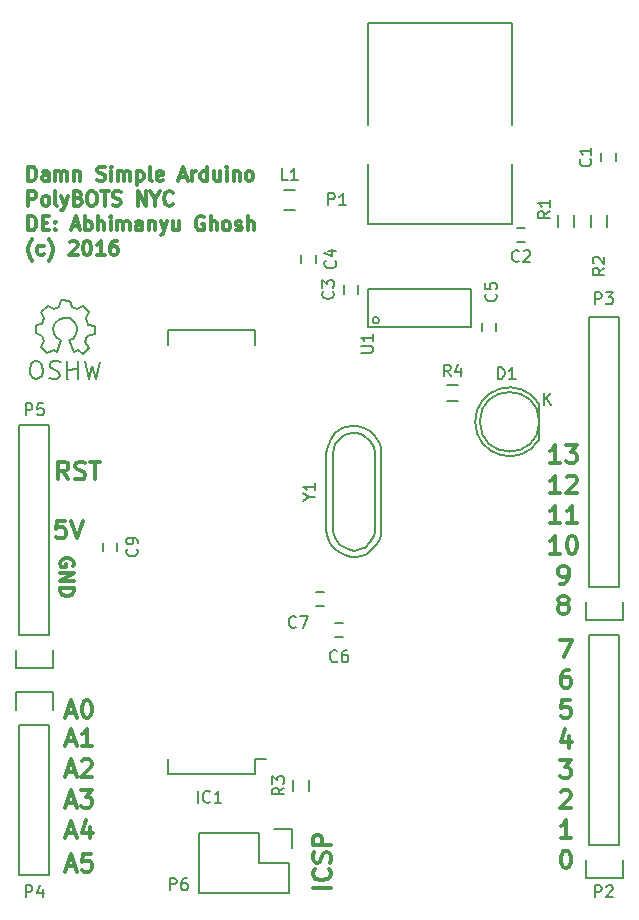
<source format=gbr>
G04 #@! TF.FileFunction,Legend,Top*
%FSLAX46Y46*%
G04 Gerber Fmt 4.6, Leading zero omitted, Abs format (unit mm)*
G04 Created by KiCad (PCBNEW 4.0.4-stable) date Fri Dec  2 08:53:02 2016*
%MOMM*%
%LPD*%
G01*
G04 APERTURE LIST*
%ADD10C,0.100000*%
%ADD11C,0.300000*%
%ADD12C,0.150000*%
G04 APERTURE END LIST*
D10*
D11*
X190568572Y-99808571D02*
X190068572Y-99094286D01*
X189711429Y-99808571D02*
X189711429Y-98308571D01*
X190282857Y-98308571D01*
X190425715Y-98380000D01*
X190497143Y-98451429D01*
X190568572Y-98594286D01*
X190568572Y-98808571D01*
X190497143Y-98951429D01*
X190425715Y-99022857D01*
X190282857Y-99094286D01*
X189711429Y-99094286D01*
X191140000Y-99737143D02*
X191354286Y-99808571D01*
X191711429Y-99808571D01*
X191854286Y-99737143D01*
X191925715Y-99665714D01*
X191997143Y-99522857D01*
X191997143Y-99380000D01*
X191925715Y-99237143D01*
X191854286Y-99165714D01*
X191711429Y-99094286D01*
X191425715Y-99022857D01*
X191282857Y-98951429D01*
X191211429Y-98880000D01*
X191140000Y-98737143D01*
X191140000Y-98594286D01*
X191211429Y-98451429D01*
X191282857Y-98380000D01*
X191425715Y-98308571D01*
X191782857Y-98308571D01*
X191997143Y-98380000D01*
X192425714Y-98308571D02*
X193282857Y-98308571D01*
X192854286Y-99808571D02*
X192854286Y-98308571D01*
X190304287Y-103308571D02*
X189590001Y-103308571D01*
X189518572Y-104022857D01*
X189590001Y-103951429D01*
X189732858Y-103880000D01*
X190090001Y-103880000D01*
X190232858Y-103951429D01*
X190304287Y-104022857D01*
X190375715Y-104165714D01*
X190375715Y-104522857D01*
X190304287Y-104665714D01*
X190232858Y-104737143D01*
X190090001Y-104808571D01*
X189732858Y-104808571D01*
X189590001Y-104737143D01*
X189518572Y-104665714D01*
X190804286Y-103308571D02*
X191304286Y-104808571D01*
X191804286Y-103308571D01*
X190990000Y-107165715D02*
X191047143Y-107051429D01*
X191047143Y-106880000D01*
X190990000Y-106708572D01*
X190875714Y-106594286D01*
X190761429Y-106537143D01*
X190532857Y-106480000D01*
X190361429Y-106480000D01*
X190132857Y-106537143D01*
X190018571Y-106594286D01*
X189904286Y-106708572D01*
X189847143Y-106880000D01*
X189847143Y-106994286D01*
X189904286Y-107165715D01*
X189961429Y-107222858D01*
X190361429Y-107222858D01*
X190361429Y-106994286D01*
X189847143Y-107737143D02*
X191047143Y-107737143D01*
X189847143Y-108422858D01*
X191047143Y-108422858D01*
X189847143Y-108994286D02*
X191047143Y-108994286D01*
X191047143Y-109280001D01*
X190990000Y-109451429D01*
X190875714Y-109565715D01*
X190761429Y-109622858D01*
X190532857Y-109680001D01*
X190361429Y-109680001D01*
X190132857Y-109622858D01*
X190018571Y-109565715D01*
X189904286Y-109451429D01*
X189847143Y-109280001D01*
X189847143Y-108994286D01*
X212768571Y-134394285D02*
X211268571Y-134394285D01*
X212625714Y-132822856D02*
X212697143Y-132894285D01*
X212768571Y-133108571D01*
X212768571Y-133251428D01*
X212697143Y-133465713D01*
X212554286Y-133608571D01*
X212411429Y-133679999D01*
X212125714Y-133751428D01*
X211911429Y-133751428D01*
X211625714Y-133679999D01*
X211482857Y-133608571D01*
X211340000Y-133465713D01*
X211268571Y-133251428D01*
X211268571Y-133108571D01*
X211340000Y-132894285D01*
X211411429Y-132822856D01*
X212697143Y-132251428D02*
X212768571Y-132037142D01*
X212768571Y-131679999D01*
X212697143Y-131537142D01*
X212625714Y-131465713D01*
X212482857Y-131394285D01*
X212340000Y-131394285D01*
X212197143Y-131465713D01*
X212125714Y-131537142D01*
X212054286Y-131679999D01*
X211982857Y-131965713D01*
X211911429Y-132108571D01*
X211840000Y-132179999D01*
X211697143Y-132251428D01*
X211554286Y-132251428D01*
X211411429Y-132179999D01*
X211340000Y-132108571D01*
X211268571Y-131965713D01*
X211268571Y-131608571D01*
X211340000Y-131394285D01*
X212768571Y-130751428D02*
X211268571Y-130751428D01*
X211268571Y-130180000D01*
X211340000Y-130037142D01*
X211411429Y-129965714D01*
X211554286Y-129894285D01*
X211768571Y-129894285D01*
X211911429Y-129965714D01*
X211982857Y-130037142D01*
X212054286Y-130180000D01*
X212054286Y-130751428D01*
X187175714Y-74522857D02*
X187175714Y-73322857D01*
X187461429Y-73322857D01*
X187632857Y-73380000D01*
X187747143Y-73494286D01*
X187804286Y-73608571D01*
X187861429Y-73837143D01*
X187861429Y-74008571D01*
X187804286Y-74237143D01*
X187747143Y-74351429D01*
X187632857Y-74465714D01*
X187461429Y-74522857D01*
X187175714Y-74522857D01*
X188890000Y-74522857D02*
X188890000Y-73894286D01*
X188832857Y-73780000D01*
X188718571Y-73722857D01*
X188490000Y-73722857D01*
X188375714Y-73780000D01*
X188890000Y-74465714D02*
X188775714Y-74522857D01*
X188490000Y-74522857D01*
X188375714Y-74465714D01*
X188318571Y-74351429D01*
X188318571Y-74237143D01*
X188375714Y-74122857D01*
X188490000Y-74065714D01*
X188775714Y-74065714D01*
X188890000Y-74008571D01*
X189461428Y-74522857D02*
X189461428Y-73722857D01*
X189461428Y-73837143D02*
X189518571Y-73780000D01*
X189632857Y-73722857D01*
X189804285Y-73722857D01*
X189918571Y-73780000D01*
X189975714Y-73894286D01*
X189975714Y-74522857D01*
X189975714Y-73894286D02*
X190032857Y-73780000D01*
X190147143Y-73722857D01*
X190318571Y-73722857D01*
X190432857Y-73780000D01*
X190490000Y-73894286D01*
X190490000Y-74522857D01*
X191061428Y-73722857D02*
X191061428Y-74522857D01*
X191061428Y-73837143D02*
X191118571Y-73780000D01*
X191232857Y-73722857D01*
X191404285Y-73722857D01*
X191518571Y-73780000D01*
X191575714Y-73894286D01*
X191575714Y-74522857D01*
X193004285Y-74465714D02*
X193175714Y-74522857D01*
X193461428Y-74522857D01*
X193575714Y-74465714D01*
X193632857Y-74408571D01*
X193690000Y-74294286D01*
X193690000Y-74180000D01*
X193632857Y-74065714D01*
X193575714Y-74008571D01*
X193461428Y-73951429D01*
X193232857Y-73894286D01*
X193118571Y-73837143D01*
X193061428Y-73780000D01*
X193004285Y-73665714D01*
X193004285Y-73551429D01*
X193061428Y-73437143D01*
X193118571Y-73380000D01*
X193232857Y-73322857D01*
X193518571Y-73322857D01*
X193690000Y-73380000D01*
X194204285Y-74522857D02*
X194204285Y-73722857D01*
X194204285Y-73322857D02*
X194147142Y-73380000D01*
X194204285Y-73437143D01*
X194261428Y-73380000D01*
X194204285Y-73322857D01*
X194204285Y-73437143D01*
X194775714Y-74522857D02*
X194775714Y-73722857D01*
X194775714Y-73837143D02*
X194832857Y-73780000D01*
X194947143Y-73722857D01*
X195118571Y-73722857D01*
X195232857Y-73780000D01*
X195290000Y-73894286D01*
X195290000Y-74522857D01*
X195290000Y-73894286D02*
X195347143Y-73780000D01*
X195461429Y-73722857D01*
X195632857Y-73722857D01*
X195747143Y-73780000D01*
X195804286Y-73894286D01*
X195804286Y-74522857D01*
X196375714Y-73722857D02*
X196375714Y-74922857D01*
X196375714Y-73780000D02*
X196490000Y-73722857D01*
X196718571Y-73722857D01*
X196832857Y-73780000D01*
X196890000Y-73837143D01*
X196947143Y-73951429D01*
X196947143Y-74294286D01*
X196890000Y-74408571D01*
X196832857Y-74465714D01*
X196718571Y-74522857D01*
X196490000Y-74522857D01*
X196375714Y-74465714D01*
X197632857Y-74522857D02*
X197518571Y-74465714D01*
X197461428Y-74351429D01*
X197461428Y-73322857D01*
X198547142Y-74465714D02*
X198432856Y-74522857D01*
X198204285Y-74522857D01*
X198089999Y-74465714D01*
X198032856Y-74351429D01*
X198032856Y-73894286D01*
X198089999Y-73780000D01*
X198204285Y-73722857D01*
X198432856Y-73722857D01*
X198547142Y-73780000D01*
X198604285Y-73894286D01*
X198604285Y-74008571D01*
X198032856Y-74122857D01*
X199975713Y-74180000D02*
X200547142Y-74180000D01*
X199861428Y-74522857D02*
X200261428Y-73322857D01*
X200661428Y-74522857D01*
X201061427Y-74522857D02*
X201061427Y-73722857D01*
X201061427Y-73951429D02*
X201118570Y-73837143D01*
X201175713Y-73780000D01*
X201289999Y-73722857D01*
X201404284Y-73722857D01*
X202318570Y-74522857D02*
X202318570Y-73322857D01*
X202318570Y-74465714D02*
X202204284Y-74522857D01*
X201975713Y-74522857D01*
X201861427Y-74465714D01*
X201804284Y-74408571D01*
X201747141Y-74294286D01*
X201747141Y-73951429D01*
X201804284Y-73837143D01*
X201861427Y-73780000D01*
X201975713Y-73722857D01*
X202204284Y-73722857D01*
X202318570Y-73780000D01*
X203404284Y-73722857D02*
X203404284Y-74522857D01*
X202889998Y-73722857D02*
X202889998Y-74351429D01*
X202947141Y-74465714D01*
X203061427Y-74522857D01*
X203232855Y-74522857D01*
X203347141Y-74465714D01*
X203404284Y-74408571D01*
X203975712Y-74522857D02*
X203975712Y-73722857D01*
X203975712Y-73322857D02*
X203918569Y-73380000D01*
X203975712Y-73437143D01*
X204032855Y-73380000D01*
X203975712Y-73322857D01*
X203975712Y-73437143D01*
X204547141Y-73722857D02*
X204547141Y-74522857D01*
X204547141Y-73837143D02*
X204604284Y-73780000D01*
X204718570Y-73722857D01*
X204889998Y-73722857D01*
X205004284Y-73780000D01*
X205061427Y-73894286D01*
X205061427Y-74522857D01*
X205804284Y-74522857D02*
X205689998Y-74465714D01*
X205632855Y-74408571D01*
X205575712Y-74294286D01*
X205575712Y-73951429D01*
X205632855Y-73837143D01*
X205689998Y-73780000D01*
X205804284Y-73722857D01*
X205975712Y-73722857D01*
X206089998Y-73780000D01*
X206147141Y-73837143D01*
X206204284Y-73951429D01*
X206204284Y-74294286D01*
X206147141Y-74408571D01*
X206089998Y-74465714D01*
X205975712Y-74522857D01*
X205804284Y-74522857D01*
X187175714Y-76622857D02*
X187175714Y-75422857D01*
X187632857Y-75422857D01*
X187747143Y-75480000D01*
X187804286Y-75537143D01*
X187861429Y-75651429D01*
X187861429Y-75822857D01*
X187804286Y-75937143D01*
X187747143Y-75994286D01*
X187632857Y-76051429D01*
X187175714Y-76051429D01*
X188547143Y-76622857D02*
X188432857Y-76565714D01*
X188375714Y-76508571D01*
X188318571Y-76394286D01*
X188318571Y-76051429D01*
X188375714Y-75937143D01*
X188432857Y-75880000D01*
X188547143Y-75822857D01*
X188718571Y-75822857D01*
X188832857Y-75880000D01*
X188890000Y-75937143D01*
X188947143Y-76051429D01*
X188947143Y-76394286D01*
X188890000Y-76508571D01*
X188832857Y-76565714D01*
X188718571Y-76622857D01*
X188547143Y-76622857D01*
X189632857Y-76622857D02*
X189518571Y-76565714D01*
X189461428Y-76451429D01*
X189461428Y-75422857D01*
X189975714Y-75822857D02*
X190261428Y-76622857D01*
X190547142Y-75822857D02*
X190261428Y-76622857D01*
X190147142Y-76908571D01*
X190089999Y-76965714D01*
X189975714Y-77022857D01*
X191404285Y-75994286D02*
X191575714Y-76051429D01*
X191632857Y-76108571D01*
X191690000Y-76222857D01*
X191690000Y-76394286D01*
X191632857Y-76508571D01*
X191575714Y-76565714D01*
X191461428Y-76622857D01*
X191004285Y-76622857D01*
X191004285Y-75422857D01*
X191404285Y-75422857D01*
X191518571Y-75480000D01*
X191575714Y-75537143D01*
X191632857Y-75651429D01*
X191632857Y-75765714D01*
X191575714Y-75880000D01*
X191518571Y-75937143D01*
X191404285Y-75994286D01*
X191004285Y-75994286D01*
X192432857Y-75422857D02*
X192661428Y-75422857D01*
X192775714Y-75480000D01*
X192890000Y-75594286D01*
X192947142Y-75822857D01*
X192947142Y-76222857D01*
X192890000Y-76451429D01*
X192775714Y-76565714D01*
X192661428Y-76622857D01*
X192432857Y-76622857D01*
X192318571Y-76565714D01*
X192204285Y-76451429D01*
X192147142Y-76222857D01*
X192147142Y-75822857D01*
X192204285Y-75594286D01*
X192318571Y-75480000D01*
X192432857Y-75422857D01*
X193290000Y-75422857D02*
X193975714Y-75422857D01*
X193632857Y-76622857D02*
X193632857Y-75422857D01*
X194318571Y-76565714D02*
X194490000Y-76622857D01*
X194775714Y-76622857D01*
X194890000Y-76565714D01*
X194947143Y-76508571D01*
X195004286Y-76394286D01*
X195004286Y-76280000D01*
X194947143Y-76165714D01*
X194890000Y-76108571D01*
X194775714Y-76051429D01*
X194547143Y-75994286D01*
X194432857Y-75937143D01*
X194375714Y-75880000D01*
X194318571Y-75765714D01*
X194318571Y-75651429D01*
X194375714Y-75537143D01*
X194432857Y-75480000D01*
X194547143Y-75422857D01*
X194832857Y-75422857D01*
X195004286Y-75480000D01*
X196432857Y-76622857D02*
X196432857Y-75422857D01*
X197118572Y-76622857D01*
X197118572Y-75422857D01*
X197918572Y-76051429D02*
X197918572Y-76622857D01*
X197518572Y-75422857D02*
X197918572Y-76051429D01*
X198318572Y-75422857D01*
X199404286Y-76508571D02*
X199347143Y-76565714D01*
X199175714Y-76622857D01*
X199061428Y-76622857D01*
X198890000Y-76565714D01*
X198775714Y-76451429D01*
X198718571Y-76337143D01*
X198661428Y-76108571D01*
X198661428Y-75937143D01*
X198718571Y-75708571D01*
X198775714Y-75594286D01*
X198890000Y-75480000D01*
X199061428Y-75422857D01*
X199175714Y-75422857D01*
X199347143Y-75480000D01*
X199404286Y-75537143D01*
X187175714Y-78722857D02*
X187175714Y-77522857D01*
X187461429Y-77522857D01*
X187632857Y-77580000D01*
X187747143Y-77694286D01*
X187804286Y-77808571D01*
X187861429Y-78037143D01*
X187861429Y-78208571D01*
X187804286Y-78437143D01*
X187747143Y-78551429D01*
X187632857Y-78665714D01*
X187461429Y-78722857D01*
X187175714Y-78722857D01*
X188375714Y-78094286D02*
X188775714Y-78094286D01*
X188947143Y-78722857D02*
X188375714Y-78722857D01*
X188375714Y-77522857D01*
X188947143Y-77522857D01*
X189461428Y-78608571D02*
X189518571Y-78665714D01*
X189461428Y-78722857D01*
X189404285Y-78665714D01*
X189461428Y-78608571D01*
X189461428Y-78722857D01*
X189461428Y-77980000D02*
X189518571Y-78037143D01*
X189461428Y-78094286D01*
X189404285Y-78037143D01*
X189461428Y-77980000D01*
X189461428Y-78094286D01*
X190890000Y-78380000D02*
X191461429Y-78380000D01*
X190775715Y-78722857D02*
X191175715Y-77522857D01*
X191575715Y-78722857D01*
X191975714Y-78722857D02*
X191975714Y-77522857D01*
X191975714Y-77980000D02*
X192090000Y-77922857D01*
X192318571Y-77922857D01*
X192432857Y-77980000D01*
X192490000Y-78037143D01*
X192547143Y-78151429D01*
X192547143Y-78494286D01*
X192490000Y-78608571D01*
X192432857Y-78665714D01*
X192318571Y-78722857D01*
X192090000Y-78722857D01*
X191975714Y-78665714D01*
X193061428Y-78722857D02*
X193061428Y-77522857D01*
X193575714Y-78722857D02*
X193575714Y-78094286D01*
X193518571Y-77980000D01*
X193404285Y-77922857D01*
X193232857Y-77922857D01*
X193118571Y-77980000D01*
X193061428Y-78037143D01*
X194147142Y-78722857D02*
X194147142Y-77922857D01*
X194147142Y-77522857D02*
X194089999Y-77580000D01*
X194147142Y-77637143D01*
X194204285Y-77580000D01*
X194147142Y-77522857D01*
X194147142Y-77637143D01*
X194718571Y-78722857D02*
X194718571Y-77922857D01*
X194718571Y-78037143D02*
X194775714Y-77980000D01*
X194890000Y-77922857D01*
X195061428Y-77922857D01*
X195175714Y-77980000D01*
X195232857Y-78094286D01*
X195232857Y-78722857D01*
X195232857Y-78094286D02*
X195290000Y-77980000D01*
X195404286Y-77922857D01*
X195575714Y-77922857D01*
X195690000Y-77980000D01*
X195747143Y-78094286D01*
X195747143Y-78722857D01*
X196832857Y-78722857D02*
X196832857Y-78094286D01*
X196775714Y-77980000D01*
X196661428Y-77922857D01*
X196432857Y-77922857D01*
X196318571Y-77980000D01*
X196832857Y-78665714D02*
X196718571Y-78722857D01*
X196432857Y-78722857D01*
X196318571Y-78665714D01*
X196261428Y-78551429D01*
X196261428Y-78437143D01*
X196318571Y-78322857D01*
X196432857Y-78265714D01*
X196718571Y-78265714D01*
X196832857Y-78208571D01*
X197404285Y-77922857D02*
X197404285Y-78722857D01*
X197404285Y-78037143D02*
X197461428Y-77980000D01*
X197575714Y-77922857D01*
X197747142Y-77922857D01*
X197861428Y-77980000D01*
X197918571Y-78094286D01*
X197918571Y-78722857D01*
X198375714Y-77922857D02*
X198661428Y-78722857D01*
X198947142Y-77922857D02*
X198661428Y-78722857D01*
X198547142Y-79008571D01*
X198489999Y-79065714D01*
X198375714Y-79122857D01*
X199918571Y-77922857D02*
X199918571Y-78722857D01*
X199404285Y-77922857D02*
X199404285Y-78551429D01*
X199461428Y-78665714D01*
X199575714Y-78722857D01*
X199747142Y-78722857D01*
X199861428Y-78665714D01*
X199918571Y-78608571D01*
X202032857Y-77580000D02*
X201918571Y-77522857D01*
X201747142Y-77522857D01*
X201575714Y-77580000D01*
X201461428Y-77694286D01*
X201404285Y-77808571D01*
X201347142Y-78037143D01*
X201347142Y-78208571D01*
X201404285Y-78437143D01*
X201461428Y-78551429D01*
X201575714Y-78665714D01*
X201747142Y-78722857D01*
X201861428Y-78722857D01*
X202032857Y-78665714D01*
X202090000Y-78608571D01*
X202090000Y-78208571D01*
X201861428Y-78208571D01*
X202604285Y-78722857D02*
X202604285Y-77522857D01*
X203118571Y-78722857D02*
X203118571Y-78094286D01*
X203061428Y-77980000D01*
X202947142Y-77922857D01*
X202775714Y-77922857D01*
X202661428Y-77980000D01*
X202604285Y-78037143D01*
X203861428Y-78722857D02*
X203747142Y-78665714D01*
X203689999Y-78608571D01*
X203632856Y-78494286D01*
X203632856Y-78151429D01*
X203689999Y-78037143D01*
X203747142Y-77980000D01*
X203861428Y-77922857D01*
X204032856Y-77922857D01*
X204147142Y-77980000D01*
X204204285Y-78037143D01*
X204261428Y-78151429D01*
X204261428Y-78494286D01*
X204204285Y-78608571D01*
X204147142Y-78665714D01*
X204032856Y-78722857D01*
X203861428Y-78722857D01*
X204718570Y-78665714D02*
X204832856Y-78722857D01*
X205061428Y-78722857D01*
X205175713Y-78665714D01*
X205232856Y-78551429D01*
X205232856Y-78494286D01*
X205175713Y-78380000D01*
X205061428Y-78322857D01*
X204889999Y-78322857D01*
X204775713Y-78265714D01*
X204718570Y-78151429D01*
X204718570Y-78094286D01*
X204775713Y-77980000D01*
X204889999Y-77922857D01*
X205061428Y-77922857D01*
X205175713Y-77980000D01*
X205747142Y-78722857D02*
X205747142Y-77522857D01*
X206261428Y-78722857D02*
X206261428Y-78094286D01*
X206204285Y-77980000D01*
X206089999Y-77922857D01*
X205918571Y-77922857D01*
X205804285Y-77980000D01*
X205747142Y-78037143D01*
X187518571Y-81280000D02*
X187461429Y-81222857D01*
X187347143Y-81051429D01*
X187290000Y-80937143D01*
X187232857Y-80765714D01*
X187175714Y-80480000D01*
X187175714Y-80251429D01*
X187232857Y-79965714D01*
X187290000Y-79794286D01*
X187347143Y-79680000D01*
X187461429Y-79508571D01*
X187518571Y-79451429D01*
X188490000Y-80765714D02*
X188375714Y-80822857D01*
X188147143Y-80822857D01*
X188032857Y-80765714D01*
X187975714Y-80708571D01*
X187918571Y-80594286D01*
X187918571Y-80251429D01*
X187975714Y-80137143D01*
X188032857Y-80080000D01*
X188147143Y-80022857D01*
X188375714Y-80022857D01*
X188490000Y-80080000D01*
X188890000Y-81280000D02*
X188947142Y-81222857D01*
X189061428Y-81051429D01*
X189118571Y-80937143D01*
X189175714Y-80765714D01*
X189232857Y-80480000D01*
X189232857Y-80251429D01*
X189175714Y-79965714D01*
X189118571Y-79794286D01*
X189061428Y-79680000D01*
X188947142Y-79508571D01*
X188890000Y-79451429D01*
X190661428Y-79737143D02*
X190718571Y-79680000D01*
X190832857Y-79622857D01*
X191118571Y-79622857D01*
X191232857Y-79680000D01*
X191290000Y-79737143D01*
X191347143Y-79851429D01*
X191347143Y-79965714D01*
X191290000Y-80137143D01*
X190604286Y-80822857D01*
X191347143Y-80822857D01*
X192090000Y-79622857D02*
X192204285Y-79622857D01*
X192318571Y-79680000D01*
X192375714Y-79737143D01*
X192432857Y-79851429D01*
X192490000Y-80080000D01*
X192490000Y-80365714D01*
X192432857Y-80594286D01*
X192375714Y-80708571D01*
X192318571Y-80765714D01*
X192204285Y-80822857D01*
X192090000Y-80822857D01*
X191975714Y-80765714D01*
X191918571Y-80708571D01*
X191861428Y-80594286D01*
X191804285Y-80365714D01*
X191804285Y-80080000D01*
X191861428Y-79851429D01*
X191918571Y-79737143D01*
X191975714Y-79680000D01*
X192090000Y-79622857D01*
X193632857Y-80822857D02*
X192947142Y-80822857D01*
X193290000Y-80822857D02*
X193290000Y-79622857D01*
X193175714Y-79794286D01*
X193061428Y-79908571D01*
X192947142Y-79965714D01*
X194661428Y-79622857D02*
X194432857Y-79622857D01*
X194318571Y-79680000D01*
X194261428Y-79737143D01*
X194147142Y-79908571D01*
X194089999Y-80137143D01*
X194089999Y-80594286D01*
X194147142Y-80708571D01*
X194204285Y-80765714D01*
X194318571Y-80822857D01*
X194547142Y-80822857D01*
X194661428Y-80765714D01*
X194718571Y-80708571D01*
X194775714Y-80594286D01*
X194775714Y-80308571D01*
X194718571Y-80194286D01*
X194661428Y-80137143D01*
X194547142Y-80080000D01*
X194318571Y-80080000D01*
X194204285Y-80137143D01*
X194147142Y-80194286D01*
X194089999Y-80308571D01*
X232204286Y-98433571D02*
X231347143Y-98433571D01*
X231775715Y-98433571D02*
X231775715Y-96933571D01*
X231632858Y-97147857D01*
X231490000Y-97290714D01*
X231347143Y-97362143D01*
X232704286Y-96933571D02*
X233632857Y-96933571D01*
X233132857Y-97505000D01*
X233347143Y-97505000D01*
X233490000Y-97576429D01*
X233561429Y-97647857D01*
X233632857Y-97790714D01*
X233632857Y-98147857D01*
X233561429Y-98290714D01*
X233490000Y-98362143D01*
X233347143Y-98433571D01*
X232918571Y-98433571D01*
X232775714Y-98362143D01*
X232704286Y-98290714D01*
X232204286Y-100983571D02*
X231347143Y-100983571D01*
X231775715Y-100983571D02*
X231775715Y-99483571D01*
X231632858Y-99697857D01*
X231490000Y-99840714D01*
X231347143Y-99912143D01*
X232775714Y-99626429D02*
X232847143Y-99555000D01*
X232990000Y-99483571D01*
X233347143Y-99483571D01*
X233490000Y-99555000D01*
X233561429Y-99626429D01*
X233632857Y-99769286D01*
X233632857Y-99912143D01*
X233561429Y-100126429D01*
X232704286Y-100983571D01*
X233632857Y-100983571D01*
X232204286Y-103533571D02*
X231347143Y-103533571D01*
X231775715Y-103533571D02*
X231775715Y-102033571D01*
X231632858Y-102247857D01*
X231490000Y-102390714D01*
X231347143Y-102462143D01*
X233632857Y-103533571D02*
X232775714Y-103533571D01*
X233204286Y-103533571D02*
X233204286Y-102033571D01*
X233061429Y-102247857D01*
X232918571Y-102390714D01*
X232775714Y-102462143D01*
X232204286Y-106083571D02*
X231347143Y-106083571D01*
X231775715Y-106083571D02*
X231775715Y-104583571D01*
X231632858Y-104797857D01*
X231490000Y-104940714D01*
X231347143Y-105012143D01*
X233132857Y-104583571D02*
X233275714Y-104583571D01*
X233418571Y-104655000D01*
X233490000Y-104726429D01*
X233561429Y-104869286D01*
X233632857Y-105155000D01*
X233632857Y-105512143D01*
X233561429Y-105797857D01*
X233490000Y-105940714D01*
X233418571Y-106012143D01*
X233275714Y-106083571D01*
X233132857Y-106083571D01*
X232990000Y-106012143D01*
X232918571Y-105940714D01*
X232847143Y-105797857D01*
X232775714Y-105512143D01*
X232775714Y-105155000D01*
X232847143Y-104869286D01*
X232918571Y-104726429D01*
X232990000Y-104655000D01*
X233132857Y-104583571D01*
X232204286Y-108633571D02*
X232490001Y-108633571D01*
X232632858Y-108562143D01*
X232704286Y-108490714D01*
X232847144Y-108276429D01*
X232918572Y-107990714D01*
X232918572Y-107419286D01*
X232847144Y-107276429D01*
X232775715Y-107205000D01*
X232632858Y-107133571D01*
X232347144Y-107133571D01*
X232204286Y-107205000D01*
X232132858Y-107276429D01*
X232061429Y-107419286D01*
X232061429Y-107776429D01*
X232132858Y-107919286D01*
X232204286Y-107990714D01*
X232347144Y-108062143D01*
X232632858Y-108062143D01*
X232775715Y-107990714D01*
X232847144Y-107919286D01*
X232918572Y-107776429D01*
X232347144Y-110326429D02*
X232204286Y-110255000D01*
X232132858Y-110183571D01*
X232061429Y-110040714D01*
X232061429Y-109969286D01*
X232132858Y-109826429D01*
X232204286Y-109755000D01*
X232347144Y-109683571D01*
X232632858Y-109683571D01*
X232775715Y-109755000D01*
X232847144Y-109826429D01*
X232918572Y-109969286D01*
X232918572Y-110040714D01*
X232847144Y-110183571D01*
X232775715Y-110255000D01*
X232632858Y-110326429D01*
X232347144Y-110326429D01*
X232204286Y-110397857D01*
X232132858Y-110469286D01*
X232061429Y-110612143D01*
X232061429Y-110897857D01*
X232132858Y-111040714D01*
X232204286Y-111112143D01*
X232347144Y-111183571D01*
X232632858Y-111183571D01*
X232775715Y-111112143D01*
X232847144Y-111040714D01*
X232918572Y-110897857D01*
X232918572Y-110612143D01*
X232847144Y-110469286D01*
X232775715Y-110397857D01*
X232632858Y-110326429D01*
X232190001Y-113383571D02*
X233190001Y-113383571D01*
X232547144Y-114883571D01*
X232975715Y-115933571D02*
X232690001Y-115933571D01*
X232547144Y-116005000D01*
X232475715Y-116076429D01*
X232332858Y-116290714D01*
X232261429Y-116576429D01*
X232261429Y-117147857D01*
X232332858Y-117290714D01*
X232404286Y-117362143D01*
X232547144Y-117433571D01*
X232832858Y-117433571D01*
X232975715Y-117362143D01*
X233047144Y-117290714D01*
X233118572Y-117147857D01*
X233118572Y-116790714D01*
X233047144Y-116647857D01*
X232975715Y-116576429D01*
X232832858Y-116505000D01*
X232547144Y-116505000D01*
X232404286Y-116576429D01*
X232332858Y-116647857D01*
X232261429Y-116790714D01*
X233047144Y-118483571D02*
X232332858Y-118483571D01*
X232261429Y-119197857D01*
X232332858Y-119126429D01*
X232475715Y-119055000D01*
X232832858Y-119055000D01*
X232975715Y-119126429D01*
X233047144Y-119197857D01*
X233118572Y-119340714D01*
X233118572Y-119697857D01*
X233047144Y-119840714D01*
X232975715Y-119912143D01*
X232832858Y-119983571D01*
X232475715Y-119983571D01*
X232332858Y-119912143D01*
X232261429Y-119840714D01*
X232975715Y-121533571D02*
X232975715Y-122533571D01*
X232618572Y-120962143D02*
X232261429Y-122033571D01*
X233190001Y-122033571D01*
X232190001Y-123583571D02*
X233118572Y-123583571D01*
X232618572Y-124155000D01*
X232832858Y-124155000D01*
X232975715Y-124226429D01*
X233047144Y-124297857D01*
X233118572Y-124440714D01*
X233118572Y-124797857D01*
X233047144Y-124940714D01*
X232975715Y-125012143D01*
X232832858Y-125083571D01*
X232404286Y-125083571D01*
X232261429Y-125012143D01*
X232190001Y-124940714D01*
X232261429Y-126276429D02*
X232332858Y-126205000D01*
X232475715Y-126133571D01*
X232832858Y-126133571D01*
X232975715Y-126205000D01*
X233047144Y-126276429D01*
X233118572Y-126419286D01*
X233118572Y-126562143D01*
X233047144Y-126776429D01*
X232190001Y-127633571D01*
X233118572Y-127633571D01*
X233118572Y-130183571D02*
X232261429Y-130183571D01*
X232690001Y-130183571D02*
X232690001Y-128683571D01*
X232547144Y-128897857D01*
X232404286Y-129040714D01*
X232261429Y-129112143D01*
X232618572Y-131233571D02*
X232761429Y-131233571D01*
X232904286Y-131305000D01*
X232975715Y-131376429D01*
X233047144Y-131519286D01*
X233118572Y-131805000D01*
X233118572Y-132162143D01*
X233047144Y-132447857D01*
X232975715Y-132590714D01*
X232904286Y-132662143D01*
X232761429Y-132733571D01*
X232618572Y-132733571D01*
X232475715Y-132662143D01*
X232404286Y-132590714D01*
X232332858Y-132447857D01*
X232261429Y-132162143D01*
X232261429Y-131805000D01*
X232332858Y-131519286D01*
X232404286Y-131376429D01*
X232475715Y-131305000D01*
X232618572Y-131233571D01*
X190418572Y-129780000D02*
X191132858Y-129780000D01*
X190275715Y-130208571D02*
X190775715Y-128708571D01*
X191275715Y-130208571D01*
X192418572Y-129208571D02*
X192418572Y-130208571D01*
X192061429Y-128637143D02*
X191704286Y-129708571D01*
X192632858Y-129708571D01*
X190418572Y-127180000D02*
X191132858Y-127180000D01*
X190275715Y-127608571D02*
X190775715Y-126108571D01*
X191275715Y-127608571D01*
X191632858Y-126108571D02*
X192561429Y-126108571D01*
X192061429Y-126680000D01*
X192275715Y-126680000D01*
X192418572Y-126751429D01*
X192490001Y-126822857D01*
X192561429Y-126965714D01*
X192561429Y-127322857D01*
X192490001Y-127465714D01*
X192418572Y-127537143D01*
X192275715Y-127608571D01*
X191847143Y-127608571D01*
X191704286Y-127537143D01*
X191632858Y-127465714D01*
X190418572Y-124580000D02*
X191132858Y-124580000D01*
X190275715Y-125008571D02*
X190775715Y-123508571D01*
X191275715Y-125008571D01*
X191704286Y-123651429D02*
X191775715Y-123580000D01*
X191918572Y-123508571D01*
X192275715Y-123508571D01*
X192418572Y-123580000D01*
X192490001Y-123651429D01*
X192561429Y-123794286D01*
X192561429Y-123937143D01*
X192490001Y-124151429D01*
X191632858Y-125008571D01*
X192561429Y-125008571D01*
X190418572Y-121980000D02*
X191132858Y-121980000D01*
X190275715Y-122408571D02*
X190775715Y-120908571D01*
X191275715Y-122408571D01*
X192561429Y-122408571D02*
X191704286Y-122408571D01*
X192132858Y-122408571D02*
X192132858Y-120908571D01*
X191990001Y-121122857D01*
X191847143Y-121265714D01*
X191704286Y-121337143D01*
X190418572Y-132580000D02*
X191132858Y-132580000D01*
X190275715Y-133008571D02*
X190775715Y-131508571D01*
X191275715Y-133008571D01*
X192490001Y-131508571D02*
X191775715Y-131508571D01*
X191704286Y-132222857D01*
X191775715Y-132151429D01*
X191918572Y-132080000D01*
X192275715Y-132080000D01*
X192418572Y-132151429D01*
X192490001Y-132222857D01*
X192561429Y-132365714D01*
X192561429Y-132722857D01*
X192490001Y-132865714D01*
X192418572Y-132937143D01*
X192275715Y-133008571D01*
X191918572Y-133008571D01*
X191775715Y-132937143D01*
X191704286Y-132865714D01*
X190418572Y-119580000D02*
X191132858Y-119580000D01*
X190275715Y-120008571D02*
X190775715Y-118508571D01*
X191275715Y-120008571D01*
X192061429Y-118508571D02*
X192204286Y-118508571D01*
X192347143Y-118580000D01*
X192418572Y-118651429D01*
X192490001Y-118794286D01*
X192561429Y-119080000D01*
X192561429Y-119437143D01*
X192490001Y-119722857D01*
X192418572Y-119865714D01*
X192347143Y-119937143D01*
X192204286Y-120008571D01*
X192061429Y-120008571D01*
X191918572Y-119937143D01*
X191847143Y-119865714D01*
X191775715Y-119722857D01*
X191704286Y-119437143D01*
X191704286Y-119080000D01*
X191775715Y-118794286D01*
X191847143Y-118651429D01*
X191918572Y-118580000D01*
X192061429Y-118508571D01*
D12*
X215740760Y-105538060D02*
X215339440Y-105738720D01*
X215339440Y-105738720D02*
X214740000Y-105840320D01*
X214740000Y-105840320D02*
X214239620Y-105738720D01*
X214239620Y-105738720D02*
X213541120Y-105339940D01*
X213541120Y-105339940D02*
X213139800Y-104737960D01*
X213139800Y-104737960D02*
X212939140Y-104138520D01*
X212939140Y-104138520D02*
X212939140Y-97539600D01*
X212939140Y-97539600D02*
X213139800Y-96838560D01*
X213139800Y-96838560D02*
X213439520Y-96439780D01*
X213439520Y-96439780D02*
X213939900Y-96038460D01*
X213939900Y-96038460D02*
X214539340Y-95837800D01*
X214539340Y-95837800D02*
X215039720Y-95837800D01*
X215039720Y-95837800D02*
X215540100Y-96038460D01*
X215540100Y-96038460D02*
X216139540Y-96538840D01*
X216139540Y-96538840D02*
X216439260Y-97039220D01*
X216439260Y-97039220D02*
X216540860Y-97539600D01*
X216540860Y-97638660D02*
X216540860Y-104240120D01*
X216540860Y-104240120D02*
X216439260Y-104638900D01*
X216439260Y-104638900D02*
X216139540Y-105139280D01*
X216139540Y-105139280D02*
X215639160Y-105639660D01*
X217069180Y-97648820D02*
X217020920Y-97189080D01*
X217020920Y-97189080D02*
X216909160Y-96790300D01*
X216909160Y-96790300D02*
X216690720Y-96358500D01*
X216690720Y-96358500D02*
X216459580Y-96068940D01*
X216459580Y-96068940D02*
X216109060Y-95738740D01*
X216109060Y-95738740D02*
X215570580Y-95449180D01*
X215570580Y-95449180D02*
X214971140Y-95319640D01*
X214971140Y-95319640D02*
X214460600Y-95319640D01*
X214460600Y-95319640D02*
X213759560Y-95489820D01*
X213759560Y-95489820D02*
X213170280Y-95888600D01*
X213170280Y-95888600D02*
X212799440Y-96348340D01*
X212799440Y-96348340D02*
X212591160Y-96769980D01*
X212591160Y-96769980D02*
X212431140Y-97219560D01*
X212431140Y-97219560D02*
X212400660Y-97658980D01*
X212619100Y-104999580D02*
X212840080Y-105378040D01*
X212840080Y-105378040D02*
X213119480Y-105698080D01*
X213119480Y-105698080D02*
X213449680Y-105949540D01*
X213449680Y-105949540D02*
X214000860Y-106249260D01*
X214000860Y-106249260D02*
X214470760Y-106358480D01*
X214470760Y-106358480D02*
X214930500Y-106378800D01*
X214930500Y-106378800D02*
X215390240Y-106289900D01*
X215390240Y-106289900D02*
X215839820Y-106099400D01*
X215839820Y-106099400D02*
X216309720Y-105738720D01*
X216309720Y-105738720D02*
X216629760Y-105388200D01*
X216629760Y-105388200D02*
X216860900Y-104999580D01*
X216860900Y-104999580D02*
X217000600Y-104570320D01*
X217000600Y-104570320D02*
X217069180Y-104128360D01*
X212410820Y-97638660D02*
X212410820Y-104090260D01*
X212410820Y-104090260D02*
X212448920Y-104509360D01*
X212448920Y-104509360D02*
X212619100Y-104999580D01*
X217069180Y-97638660D02*
X217069180Y-104090260D01*
X235690000Y-72880000D02*
X235690000Y-72180000D01*
X236890000Y-72180000D02*
X236890000Y-72880000D01*
X229240000Y-79730000D02*
X228540000Y-79730000D01*
X228540000Y-78530000D02*
X229240000Y-78530000D01*
X213890000Y-84080000D02*
X213890000Y-83380000D01*
X215090000Y-83380000D02*
X215090000Y-84080000D01*
X211490000Y-80780000D02*
X211490000Y-81480000D01*
X210290000Y-81480000D02*
X210290000Y-80780000D01*
X226790000Y-86580000D02*
X226790000Y-87280000D01*
X225590000Y-87280000D02*
X225590000Y-86580000D01*
X213140000Y-111930000D02*
X213840000Y-111930000D01*
X213840000Y-113130000D02*
X213140000Y-113130000D01*
X211540000Y-109330000D02*
X212240000Y-109330000D01*
X212240000Y-110530000D02*
X211540000Y-110530000D01*
X194690000Y-105180000D02*
X194690000Y-105880000D01*
X193490000Y-105880000D02*
X193490000Y-105180000D01*
X230404888Y-93405096D02*
G75*
G03X230420000Y-96430000I-2484888J-1524904D01*
G01*
X230420000Y-93430000D02*
X230420000Y-96430000D01*
X230437936Y-94930000D02*
G75*
G03X230437936Y-94930000I-2517936J0D01*
G01*
X206355000Y-124775000D02*
X206355000Y-123505000D01*
X199005000Y-124775000D02*
X199005000Y-123505000D01*
X199005000Y-87165000D02*
X199005000Y-88435000D01*
X206355000Y-87165000D02*
X206355000Y-88435000D01*
X206355000Y-124775000D02*
X199005000Y-124775000D01*
X206355000Y-87165000D02*
X199005000Y-87165000D01*
X206355000Y-123505000D02*
X207290000Y-123505000D01*
X209790000Y-75280000D02*
X208790000Y-75280000D01*
X208790000Y-76980000D02*
X209790000Y-76980000D01*
X228116000Y-69778980D02*
X228116000Y-61142980D01*
X228116000Y-78160980D02*
X228116000Y-73080980D01*
X215924000Y-69778980D02*
X215924000Y-61142980D01*
X215924000Y-78160980D02*
X215924000Y-73080980D01*
X215924000Y-61142980D02*
X228116000Y-61142980D01*
X228116000Y-78160980D02*
X215924000Y-78160980D01*
X234680000Y-130760000D02*
X234680000Y-112980000D01*
X234680000Y-112980000D02*
X237220000Y-112980000D01*
X237220000Y-112980000D02*
X237220000Y-130760000D01*
X234400000Y-133580000D02*
X234400000Y-132030000D01*
X234680000Y-130760000D02*
X237220000Y-130760000D01*
X237500000Y-132030000D02*
X237500000Y-133580000D01*
X237500000Y-133580000D02*
X234400000Y-133580000D01*
X234680000Y-108916000D02*
X234680000Y-86056000D01*
X234680000Y-86056000D02*
X237220000Y-86056000D01*
X237220000Y-86056000D02*
X237220000Y-108916000D01*
X234400000Y-111736000D02*
X234400000Y-110186000D01*
X234680000Y-108916000D02*
X237220000Y-108916000D01*
X237500000Y-110186000D02*
X237500000Y-111736000D01*
X237500000Y-111736000D02*
X234400000Y-111736000D01*
X188960000Y-120600000D02*
X188960000Y-133300000D01*
X188960000Y-133300000D02*
X186420000Y-133300000D01*
X186420000Y-133300000D02*
X186420000Y-120600000D01*
X189240000Y-117780000D02*
X189240000Y-119330000D01*
X188960000Y-120600000D02*
X186420000Y-120600000D01*
X186140000Y-119330000D02*
X186140000Y-117780000D01*
X186140000Y-117780000D02*
X189240000Y-117780000D01*
X186420000Y-112980000D02*
X186420000Y-95200000D01*
X186420000Y-95200000D02*
X188960000Y-95200000D01*
X188960000Y-95200000D02*
X188960000Y-112980000D01*
X186140000Y-115800000D02*
X186140000Y-114250000D01*
X186420000Y-112980000D02*
X188960000Y-112980000D01*
X189240000Y-114250000D02*
X189240000Y-115800000D01*
X189240000Y-115800000D02*
X186140000Y-115800000D01*
X206720000Y-129720000D02*
X201640000Y-129720000D01*
X209540000Y-129440000D02*
X209540000Y-130990000D01*
X209260000Y-132260000D02*
X206720000Y-132260000D01*
X206720000Y-132260000D02*
X206720000Y-129720000D01*
X201640000Y-129720000D02*
X201640000Y-134800000D01*
X201640000Y-134800000D02*
X206720000Y-134800000D01*
X209540000Y-129440000D02*
X207990000Y-129440000D01*
X209260000Y-134800000D02*
X209260000Y-132260000D01*
X206720000Y-134800000D02*
X209260000Y-134800000D01*
X233365000Y-77430000D02*
X233365000Y-78430000D01*
X232015000Y-78430000D02*
X232015000Y-77430000D01*
X236165000Y-77430000D02*
X236165000Y-78430000D01*
X234815000Y-78430000D02*
X234815000Y-77430000D01*
X210965000Y-125230000D02*
X210965000Y-126230000D01*
X209615000Y-126230000D02*
X209615000Y-125230000D01*
X223590000Y-93205000D02*
X222590000Y-93205000D01*
X222590000Y-91855000D02*
X223590000Y-91855000D01*
X216872843Y-86330000D02*
G75*
G03X216872843Y-86330000I-282843J0D01*
G01*
X215960000Y-86930000D02*
X215960000Y-83730000D01*
X224620000Y-86930000D02*
X215960000Y-86930000D01*
X224620000Y-83730000D02*
X224620000Y-86930000D01*
X215960000Y-83730000D02*
X224620000Y-83730000D01*
X191958780Y-89819860D02*
X192319460Y-91290520D01*
X192319460Y-91290520D02*
X192598860Y-90228800D01*
X192598860Y-90228800D02*
X192908740Y-91300680D01*
X192908740Y-91300680D02*
X193249100Y-89850340D01*
X190538920Y-90510740D02*
X191328860Y-90500580D01*
X191328860Y-90500580D02*
X191339020Y-90510740D01*
X191339020Y-90510740D02*
X191339020Y-90500580D01*
X191379660Y-89789380D02*
X191379660Y-91331160D01*
X190490660Y-89779220D02*
X190490660Y-91348940D01*
X190490660Y-91348940D02*
X190500820Y-91338780D01*
X189939480Y-89880820D02*
X189588960Y-89799540D01*
X189588960Y-89799540D02*
X189268920Y-89789380D01*
X189268920Y-89789380D02*
X189030160Y-89990040D01*
X189030160Y-89990040D02*
X188999680Y-90259280D01*
X188999680Y-90259280D02*
X189240980Y-90500580D01*
X189240980Y-90500580D02*
X189629600Y-90630120D01*
X189629600Y-90630120D02*
X189809940Y-90790140D01*
X189809940Y-90790140D02*
X189850580Y-91089860D01*
X189850580Y-91089860D02*
X189619440Y-91310840D01*
X189619440Y-91310840D02*
X189299400Y-91338780D01*
X189299400Y-91338780D02*
X188948880Y-91229560D01*
X187910020Y-89779220D02*
X187661100Y-89799540D01*
X187661100Y-89799540D02*
X187419800Y-90040840D01*
X187419800Y-90040840D02*
X187330900Y-90531060D01*
X187330900Y-90531060D02*
X187358840Y-90879040D01*
X187358840Y-90879040D02*
X187559500Y-91199080D01*
X187559500Y-91199080D02*
X187810960Y-91321000D01*
X187810960Y-91321000D02*
X188120840Y-91249880D01*
X188120840Y-91249880D02*
X188339280Y-91069540D01*
X188339280Y-91069540D02*
X188410400Y-90609800D01*
X188410400Y-90609800D02*
X188359600Y-90200860D01*
X188359600Y-90200860D02*
X188250380Y-89918920D01*
X188250380Y-89918920D02*
X187889700Y-89789380D01*
X188509460Y-88059640D02*
X188250380Y-88620980D01*
X188250380Y-88620980D02*
X188788860Y-89139140D01*
X188788860Y-89139140D02*
X189309560Y-88869900D01*
X189309560Y-88869900D02*
X189588960Y-89029920D01*
X191029140Y-89009600D02*
X191359340Y-88819100D01*
X191359340Y-88819100D02*
X191798760Y-89149300D01*
X191798760Y-89149300D02*
X192271200Y-88659080D01*
X192271200Y-88659080D02*
X191989260Y-88179020D01*
X191989260Y-88179020D02*
X192179760Y-87709120D01*
X192179760Y-87709120D02*
X192789360Y-87521160D01*
X192789360Y-87521160D02*
X192789360Y-86840440D01*
X192789360Y-86840440D02*
X192230560Y-86700740D01*
X192230560Y-86700740D02*
X192029900Y-86129240D01*
X192029900Y-86129240D02*
X192299140Y-85659340D01*
X192299140Y-85659340D02*
X191829240Y-85148800D01*
X191829240Y-85148800D02*
X191311080Y-85410420D01*
X191311080Y-85410420D02*
X190841180Y-85209760D01*
X190841180Y-85209760D02*
X190671000Y-84668740D01*
X190671000Y-84668740D02*
X189980120Y-84650960D01*
X189980120Y-84650960D02*
X189769300Y-85199600D01*
X189769300Y-85199600D02*
X189350200Y-85369780D01*
X189350200Y-85369780D02*
X188799020Y-85100540D01*
X188799020Y-85100540D02*
X188280860Y-85628860D01*
X188280860Y-85628860D02*
X188529780Y-86169880D01*
X188529780Y-86169880D02*
X188359600Y-86649940D01*
X188359600Y-86649940D02*
X187810960Y-86749000D01*
X187810960Y-86749000D02*
X187800800Y-87450040D01*
X187800800Y-87450040D02*
X188359600Y-87650700D01*
X188359600Y-87650700D02*
X188499300Y-88049480D01*
X190640520Y-88029160D02*
X190940240Y-87879300D01*
X190940240Y-87879300D02*
X191140900Y-87681180D01*
X191140900Y-87681180D02*
X191290760Y-87279860D01*
X191290760Y-87279860D02*
X191290760Y-86881080D01*
X191290760Y-86881080D02*
X191140900Y-86530560D01*
X191140900Y-86530560D02*
X190688780Y-86180040D01*
X190688780Y-86180040D02*
X190239200Y-86129240D01*
X190239200Y-86129240D02*
X189840420Y-86230840D01*
X189840420Y-86230840D02*
X189439100Y-86578820D01*
X189439100Y-86578820D02*
X189289240Y-87030940D01*
X189289240Y-87030940D02*
X189340040Y-87528780D01*
X189340040Y-87528780D02*
X189588960Y-87831040D01*
X189588960Y-87831040D02*
X189939480Y-88029160D01*
X189939480Y-88029160D02*
X189588960Y-89029920D01*
X190640520Y-88029160D02*
X191039300Y-89029920D01*
X210966190Y-101315251D02*
X211442381Y-101315251D01*
X210442381Y-101648584D02*
X210966190Y-101315251D01*
X210442381Y-100981917D01*
X211442381Y-100124774D02*
X211442381Y-100696203D01*
X211442381Y-100410489D02*
X210442381Y-100410489D01*
X210585238Y-100505727D01*
X210680476Y-100600965D01*
X210728095Y-100696203D01*
X234747143Y-72696666D02*
X234794762Y-72744285D01*
X234842381Y-72887142D01*
X234842381Y-72982380D01*
X234794762Y-73125238D01*
X234699524Y-73220476D01*
X234604286Y-73268095D01*
X234413810Y-73315714D01*
X234270952Y-73315714D01*
X234080476Y-73268095D01*
X233985238Y-73220476D01*
X233890000Y-73125238D01*
X233842381Y-72982380D01*
X233842381Y-72887142D01*
X233890000Y-72744285D01*
X233937619Y-72696666D01*
X234842381Y-71744285D02*
X234842381Y-72315714D01*
X234842381Y-72030000D02*
X233842381Y-72030000D01*
X233985238Y-72125238D01*
X234080476Y-72220476D01*
X234128095Y-72315714D01*
X228723334Y-81287143D02*
X228675715Y-81334762D01*
X228532858Y-81382381D01*
X228437620Y-81382381D01*
X228294762Y-81334762D01*
X228199524Y-81239524D01*
X228151905Y-81144286D01*
X228104286Y-80953810D01*
X228104286Y-80810952D01*
X228151905Y-80620476D01*
X228199524Y-80525238D01*
X228294762Y-80430000D01*
X228437620Y-80382381D01*
X228532858Y-80382381D01*
X228675715Y-80430000D01*
X228723334Y-80477619D01*
X229104286Y-80477619D02*
X229151905Y-80430000D01*
X229247143Y-80382381D01*
X229485239Y-80382381D01*
X229580477Y-80430000D01*
X229628096Y-80477619D01*
X229675715Y-80572857D01*
X229675715Y-80668095D01*
X229628096Y-80810952D01*
X229056667Y-81382381D01*
X229675715Y-81382381D01*
X212947143Y-83896666D02*
X212994762Y-83944285D01*
X213042381Y-84087142D01*
X213042381Y-84182380D01*
X212994762Y-84325238D01*
X212899524Y-84420476D01*
X212804286Y-84468095D01*
X212613810Y-84515714D01*
X212470952Y-84515714D01*
X212280476Y-84468095D01*
X212185238Y-84420476D01*
X212090000Y-84325238D01*
X212042381Y-84182380D01*
X212042381Y-84087142D01*
X212090000Y-83944285D01*
X212137619Y-83896666D01*
X212042381Y-83563333D02*
X212042381Y-82944285D01*
X212423333Y-83277619D01*
X212423333Y-83134761D01*
X212470952Y-83039523D01*
X212518571Y-82991904D01*
X212613810Y-82944285D01*
X212851905Y-82944285D01*
X212947143Y-82991904D01*
X212994762Y-83039523D01*
X213042381Y-83134761D01*
X213042381Y-83420476D01*
X212994762Y-83515714D01*
X212947143Y-83563333D01*
X213147143Y-81296666D02*
X213194762Y-81344285D01*
X213242381Y-81487142D01*
X213242381Y-81582380D01*
X213194762Y-81725238D01*
X213099524Y-81820476D01*
X213004286Y-81868095D01*
X212813810Y-81915714D01*
X212670952Y-81915714D01*
X212480476Y-81868095D01*
X212385238Y-81820476D01*
X212290000Y-81725238D01*
X212242381Y-81582380D01*
X212242381Y-81487142D01*
X212290000Y-81344285D01*
X212337619Y-81296666D01*
X212575714Y-80439523D02*
X213242381Y-80439523D01*
X212194762Y-80677619D02*
X212909048Y-80915714D01*
X212909048Y-80296666D01*
X226747143Y-84096666D02*
X226794762Y-84144285D01*
X226842381Y-84287142D01*
X226842381Y-84382380D01*
X226794762Y-84525238D01*
X226699524Y-84620476D01*
X226604286Y-84668095D01*
X226413810Y-84715714D01*
X226270952Y-84715714D01*
X226080476Y-84668095D01*
X225985238Y-84620476D01*
X225890000Y-84525238D01*
X225842381Y-84382380D01*
X225842381Y-84287142D01*
X225890000Y-84144285D01*
X225937619Y-84096666D01*
X225842381Y-83191904D02*
X225842381Y-83668095D01*
X226318571Y-83715714D01*
X226270952Y-83668095D01*
X226223333Y-83572857D01*
X226223333Y-83334761D01*
X226270952Y-83239523D01*
X226318571Y-83191904D01*
X226413810Y-83144285D01*
X226651905Y-83144285D01*
X226747143Y-83191904D01*
X226794762Y-83239523D01*
X226842381Y-83334761D01*
X226842381Y-83572857D01*
X226794762Y-83668095D01*
X226747143Y-83715714D01*
X213323334Y-115187143D02*
X213275715Y-115234762D01*
X213132858Y-115282381D01*
X213037620Y-115282381D01*
X212894762Y-115234762D01*
X212799524Y-115139524D01*
X212751905Y-115044286D01*
X212704286Y-114853810D01*
X212704286Y-114710952D01*
X212751905Y-114520476D01*
X212799524Y-114425238D01*
X212894762Y-114330000D01*
X213037620Y-114282381D01*
X213132858Y-114282381D01*
X213275715Y-114330000D01*
X213323334Y-114377619D01*
X214180477Y-114282381D02*
X213990000Y-114282381D01*
X213894762Y-114330000D01*
X213847143Y-114377619D01*
X213751905Y-114520476D01*
X213704286Y-114710952D01*
X213704286Y-115091905D01*
X213751905Y-115187143D01*
X213799524Y-115234762D01*
X213894762Y-115282381D01*
X214085239Y-115282381D01*
X214180477Y-115234762D01*
X214228096Y-115187143D01*
X214275715Y-115091905D01*
X214275715Y-114853810D01*
X214228096Y-114758571D01*
X214180477Y-114710952D01*
X214085239Y-114663333D01*
X213894762Y-114663333D01*
X213799524Y-114710952D01*
X213751905Y-114758571D01*
X213704286Y-114853810D01*
X209823334Y-112287143D02*
X209775715Y-112334762D01*
X209632858Y-112382381D01*
X209537620Y-112382381D01*
X209394762Y-112334762D01*
X209299524Y-112239524D01*
X209251905Y-112144286D01*
X209204286Y-111953810D01*
X209204286Y-111810952D01*
X209251905Y-111620476D01*
X209299524Y-111525238D01*
X209394762Y-111430000D01*
X209537620Y-111382381D01*
X209632858Y-111382381D01*
X209775715Y-111430000D01*
X209823334Y-111477619D01*
X210156667Y-111382381D02*
X210823334Y-111382381D01*
X210394762Y-112382381D01*
X196347143Y-105696666D02*
X196394762Y-105744285D01*
X196442381Y-105887142D01*
X196442381Y-105982380D01*
X196394762Y-106125238D01*
X196299524Y-106220476D01*
X196204286Y-106268095D01*
X196013810Y-106315714D01*
X195870952Y-106315714D01*
X195680476Y-106268095D01*
X195585238Y-106220476D01*
X195490000Y-106125238D01*
X195442381Y-105982380D01*
X195442381Y-105887142D01*
X195490000Y-105744285D01*
X195537619Y-105696666D01*
X196442381Y-105220476D02*
X196442381Y-105030000D01*
X196394762Y-104934761D01*
X196347143Y-104887142D01*
X196204286Y-104791904D01*
X196013810Y-104744285D01*
X195632857Y-104744285D01*
X195537619Y-104791904D01*
X195490000Y-104839523D01*
X195442381Y-104934761D01*
X195442381Y-105125238D01*
X195490000Y-105220476D01*
X195537619Y-105268095D01*
X195632857Y-105315714D01*
X195870952Y-105315714D01*
X195966190Y-105268095D01*
X196013810Y-105220476D01*
X196061429Y-105125238D01*
X196061429Y-104934761D01*
X196013810Y-104839523D01*
X195966190Y-104791904D01*
X195870952Y-104744285D01*
X226927905Y-91318381D02*
X226927905Y-90318381D01*
X227166000Y-90318381D01*
X227308858Y-90366000D01*
X227404096Y-90461238D01*
X227451715Y-90556476D01*
X227499334Y-90746952D01*
X227499334Y-90889810D01*
X227451715Y-91080286D01*
X227404096Y-91175524D01*
X227308858Y-91270762D01*
X227166000Y-91318381D01*
X226927905Y-91318381D01*
X228451715Y-91318381D02*
X227880286Y-91318381D01*
X228166000Y-91318381D02*
X228166000Y-90318381D01*
X228070762Y-90461238D01*
X227975524Y-90556476D01*
X227880286Y-90604095D01*
X230833095Y-93477381D02*
X230833095Y-92477381D01*
X231404524Y-93477381D02*
X230975952Y-92905952D01*
X231404524Y-92477381D02*
X230833095Y-93048810D01*
X201513810Y-127182381D02*
X201513810Y-126182381D01*
X202561429Y-127087143D02*
X202513810Y-127134762D01*
X202370953Y-127182381D01*
X202275715Y-127182381D01*
X202132857Y-127134762D01*
X202037619Y-127039524D01*
X201990000Y-126944286D01*
X201942381Y-126753810D01*
X201942381Y-126610952D01*
X201990000Y-126420476D01*
X202037619Y-126325238D01*
X202132857Y-126230000D01*
X202275715Y-126182381D01*
X202370953Y-126182381D01*
X202513810Y-126230000D01*
X202561429Y-126277619D01*
X203513810Y-127182381D02*
X202942381Y-127182381D01*
X203228095Y-127182381D02*
X203228095Y-126182381D01*
X203132857Y-126325238D01*
X203037619Y-126420476D01*
X202942381Y-126468095D01*
X209123334Y-74482381D02*
X208647143Y-74482381D01*
X208647143Y-73482381D01*
X209980477Y-74482381D02*
X209409048Y-74482381D01*
X209694762Y-74482381D02*
X209694762Y-73482381D01*
X209599524Y-73625238D01*
X209504286Y-73720476D01*
X209409048Y-73768095D01*
X212551905Y-76582381D02*
X212551905Y-75582381D01*
X212932858Y-75582381D01*
X213028096Y-75630000D01*
X213075715Y-75677619D01*
X213123334Y-75772857D01*
X213123334Y-75915714D01*
X213075715Y-76010952D01*
X213028096Y-76058571D01*
X212932858Y-76106190D01*
X212551905Y-76106190D01*
X214075715Y-76582381D02*
X213504286Y-76582381D01*
X213790000Y-76582381D02*
X213790000Y-75582381D01*
X213694762Y-75725238D01*
X213599524Y-75820476D01*
X213504286Y-75868095D01*
X235151905Y-135182381D02*
X235151905Y-134182381D01*
X235532858Y-134182381D01*
X235628096Y-134230000D01*
X235675715Y-134277619D01*
X235723334Y-134372857D01*
X235723334Y-134515714D01*
X235675715Y-134610952D01*
X235628096Y-134658571D01*
X235532858Y-134706190D01*
X235151905Y-134706190D01*
X236104286Y-134277619D02*
X236151905Y-134230000D01*
X236247143Y-134182381D01*
X236485239Y-134182381D01*
X236580477Y-134230000D01*
X236628096Y-134277619D01*
X236675715Y-134372857D01*
X236675715Y-134468095D01*
X236628096Y-134610952D01*
X236056667Y-135182381D01*
X236675715Y-135182381D01*
X235151905Y-84982381D02*
X235151905Y-83982381D01*
X235532858Y-83982381D01*
X235628096Y-84030000D01*
X235675715Y-84077619D01*
X235723334Y-84172857D01*
X235723334Y-84315714D01*
X235675715Y-84410952D01*
X235628096Y-84458571D01*
X235532858Y-84506190D01*
X235151905Y-84506190D01*
X236056667Y-83982381D02*
X236675715Y-83982381D01*
X236342381Y-84363333D01*
X236485239Y-84363333D01*
X236580477Y-84410952D01*
X236628096Y-84458571D01*
X236675715Y-84553810D01*
X236675715Y-84791905D01*
X236628096Y-84887143D01*
X236580477Y-84934762D01*
X236485239Y-84982381D01*
X236199524Y-84982381D01*
X236104286Y-84934762D01*
X236056667Y-84887143D01*
X186951905Y-135182381D02*
X186951905Y-134182381D01*
X187332858Y-134182381D01*
X187428096Y-134230000D01*
X187475715Y-134277619D01*
X187523334Y-134372857D01*
X187523334Y-134515714D01*
X187475715Y-134610952D01*
X187428096Y-134658571D01*
X187332858Y-134706190D01*
X186951905Y-134706190D01*
X188380477Y-134515714D02*
X188380477Y-135182381D01*
X188142381Y-134134762D02*
X187904286Y-134849048D01*
X188523334Y-134849048D01*
X186951905Y-94382381D02*
X186951905Y-93382381D01*
X187332858Y-93382381D01*
X187428096Y-93430000D01*
X187475715Y-93477619D01*
X187523334Y-93572857D01*
X187523334Y-93715714D01*
X187475715Y-93810952D01*
X187428096Y-93858571D01*
X187332858Y-93906190D01*
X186951905Y-93906190D01*
X188428096Y-93382381D02*
X187951905Y-93382381D01*
X187904286Y-93858571D01*
X187951905Y-93810952D01*
X188047143Y-93763333D01*
X188285239Y-93763333D01*
X188380477Y-93810952D01*
X188428096Y-93858571D01*
X188475715Y-93953810D01*
X188475715Y-94191905D01*
X188428096Y-94287143D01*
X188380477Y-94334762D01*
X188285239Y-94382381D01*
X188047143Y-94382381D01*
X187951905Y-94334762D01*
X187904286Y-94287143D01*
X199151905Y-134582381D02*
X199151905Y-133582381D01*
X199532858Y-133582381D01*
X199628096Y-133630000D01*
X199675715Y-133677619D01*
X199723334Y-133772857D01*
X199723334Y-133915714D01*
X199675715Y-134010952D01*
X199628096Y-134058571D01*
X199532858Y-134106190D01*
X199151905Y-134106190D01*
X200580477Y-133582381D02*
X200390000Y-133582381D01*
X200294762Y-133630000D01*
X200247143Y-133677619D01*
X200151905Y-133820476D01*
X200104286Y-134010952D01*
X200104286Y-134391905D01*
X200151905Y-134487143D01*
X200199524Y-134534762D01*
X200294762Y-134582381D01*
X200485239Y-134582381D01*
X200580477Y-134534762D01*
X200628096Y-134487143D01*
X200675715Y-134391905D01*
X200675715Y-134153810D01*
X200628096Y-134058571D01*
X200580477Y-134010952D01*
X200485239Y-133963333D01*
X200294762Y-133963333D01*
X200199524Y-134010952D01*
X200151905Y-134058571D01*
X200104286Y-134153810D01*
X231342381Y-77096666D02*
X230866190Y-77430000D01*
X231342381Y-77668095D02*
X230342381Y-77668095D01*
X230342381Y-77287142D01*
X230390000Y-77191904D01*
X230437619Y-77144285D01*
X230532857Y-77096666D01*
X230675714Y-77096666D01*
X230770952Y-77144285D01*
X230818571Y-77191904D01*
X230866190Y-77287142D01*
X230866190Y-77668095D01*
X231342381Y-76144285D02*
X231342381Y-76715714D01*
X231342381Y-76430000D02*
X230342381Y-76430000D01*
X230485238Y-76525238D01*
X230580476Y-76620476D01*
X230628095Y-76715714D01*
X235942381Y-81896666D02*
X235466190Y-82230000D01*
X235942381Y-82468095D02*
X234942381Y-82468095D01*
X234942381Y-82087142D01*
X234990000Y-81991904D01*
X235037619Y-81944285D01*
X235132857Y-81896666D01*
X235275714Y-81896666D01*
X235370952Y-81944285D01*
X235418571Y-81991904D01*
X235466190Y-82087142D01*
X235466190Y-82468095D01*
X235037619Y-81515714D02*
X234990000Y-81468095D01*
X234942381Y-81372857D01*
X234942381Y-81134761D01*
X234990000Y-81039523D01*
X235037619Y-80991904D01*
X235132857Y-80944285D01*
X235228095Y-80944285D01*
X235370952Y-80991904D01*
X235942381Y-81563333D01*
X235942381Y-80944285D01*
X208842381Y-125896666D02*
X208366190Y-126230000D01*
X208842381Y-126468095D02*
X207842381Y-126468095D01*
X207842381Y-126087142D01*
X207890000Y-125991904D01*
X207937619Y-125944285D01*
X208032857Y-125896666D01*
X208175714Y-125896666D01*
X208270952Y-125944285D01*
X208318571Y-125991904D01*
X208366190Y-126087142D01*
X208366190Y-126468095D01*
X207842381Y-125563333D02*
X207842381Y-124944285D01*
X208223333Y-125277619D01*
X208223333Y-125134761D01*
X208270952Y-125039523D01*
X208318571Y-124991904D01*
X208413810Y-124944285D01*
X208651905Y-124944285D01*
X208747143Y-124991904D01*
X208794762Y-125039523D01*
X208842381Y-125134761D01*
X208842381Y-125420476D01*
X208794762Y-125515714D01*
X208747143Y-125563333D01*
X222923334Y-91082381D02*
X222590000Y-90606190D01*
X222351905Y-91082381D02*
X222351905Y-90082381D01*
X222732858Y-90082381D01*
X222828096Y-90130000D01*
X222875715Y-90177619D01*
X222923334Y-90272857D01*
X222923334Y-90415714D01*
X222875715Y-90510952D01*
X222828096Y-90558571D01*
X222732858Y-90606190D01*
X222351905Y-90606190D01*
X223780477Y-90415714D02*
X223780477Y-91082381D01*
X223542381Y-90034762D02*
X223304286Y-90749048D01*
X223923334Y-90749048D01*
X215342381Y-89091905D02*
X216151905Y-89091905D01*
X216247143Y-89044286D01*
X216294762Y-88996667D01*
X216342381Y-88901429D01*
X216342381Y-88710952D01*
X216294762Y-88615714D01*
X216247143Y-88568095D01*
X216151905Y-88520476D01*
X215342381Y-88520476D01*
X216342381Y-87520476D02*
X216342381Y-88091905D01*
X216342381Y-87806191D02*
X215342381Y-87806191D01*
X215485238Y-87901429D01*
X215580476Y-87996667D01*
X215628095Y-88091905D01*
M02*

</source>
